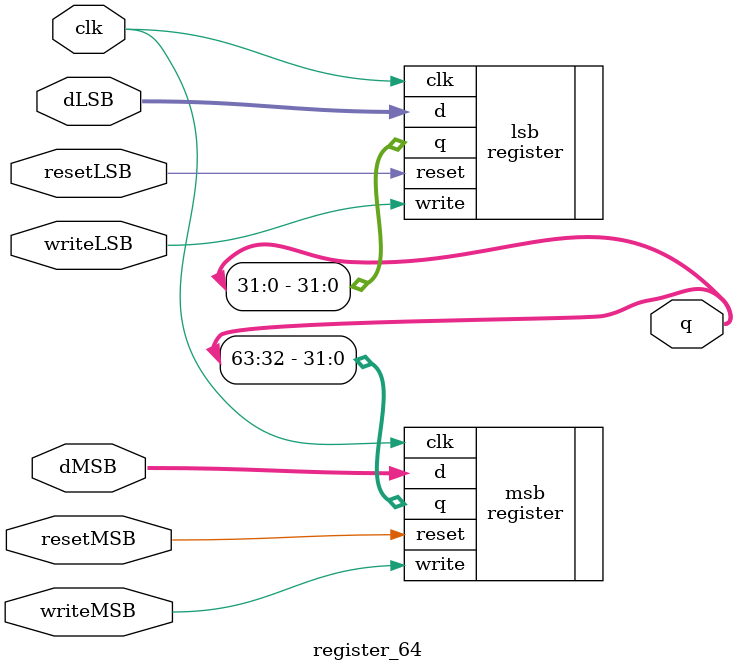
<source format=v>
module register_64 (q, dLSB, dMSB, clk, writeLSB, writeMSB, resetMSB, resetLSB);

	input [31:0] dLSB, dMSB;
    input clk, writeMSB, writeLSB, resetMSB, resetLSB;

    output [63:0] q;
    
    register msb(.q(q[63:32]), .d(dMSB), .clk(clk), .write(writeMSB), .reset(resetMSB));
    register lsb(.q(q[31:0]), .d(dLSB), .clk(clk), .write(writeLSB), .reset(resetLSB));

endmodule

</source>
